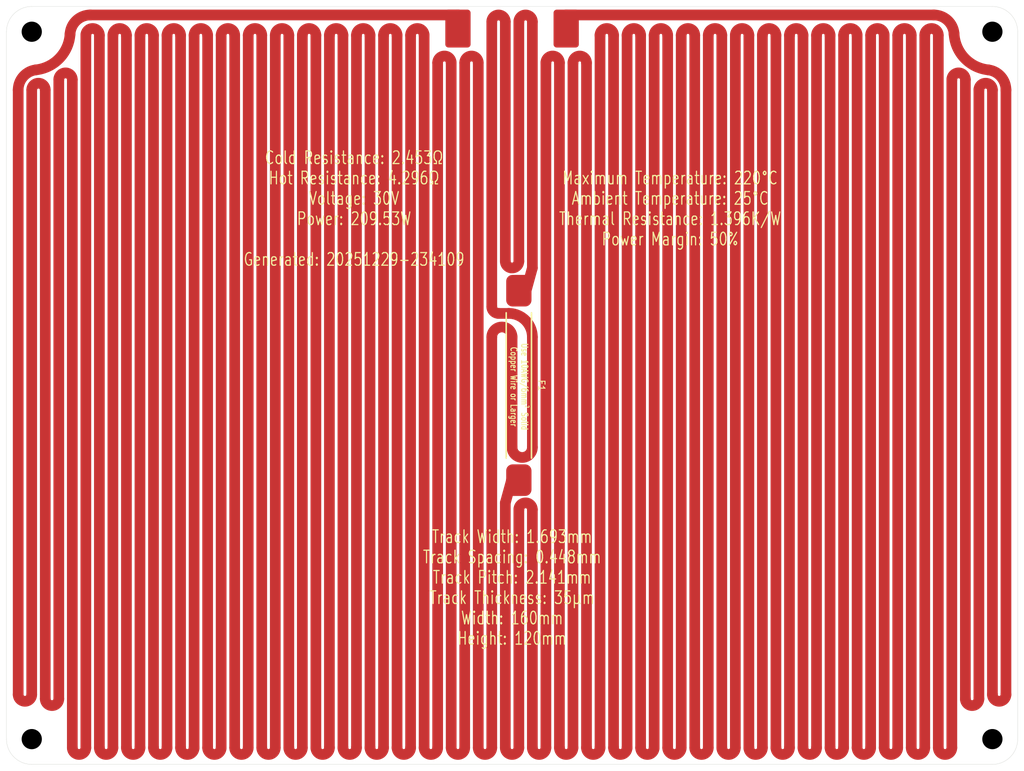
<source format=kicad_pcb>
(kicad_pcb (version 20241229) (generator "pcbnew") (generator_version "9.0")
  (layers (0 "F.Cu" signal) (2 "B.Cu" signal) (13 "F.Paste" user) (15 "B.Paste" user) (5 "F.SilkS" user "F.Silkscreen") (7 "B.SilkS" user "B.Silkscreen") (1 "F.Mask" user) (3 "B.Mask" user) (25 "Edge.Cuts" user))
  (net 0 "")
  (net 1 "Net-(J2-Pin_1)")
  (net 2 "Net-(J1-Pin_1)")
  (footprint "blg:MountingHole_3.2mm_M3_NoPad_TopLarge" (layer "F.Cu") (at 181 49)
    (property "Reference" "REF**" (hide yes))
    (property "Value" "MountingHole_3.2mm_M3_NoPad_TopLarge" (hide yes))
    (pad "" np_thru_hole circle (at 0 0) (size 7.6 7.6) (drill 3.2) (layers))
  )
  (footprint "blg:SMD_PowerConnection_4x6mm" (layer "F.Cu") (at 113.564 48.5 -90)
    (property "Reference" "J2" (hide yes))
    (property "Value" "Hotplate_Power_Connection" (hide yes))
    (pad "1" smd roundrect (at 0 0 270) (size 6 4) (layers "F.Cu" "F.Mask" "F.Paste") (roundrect_rratio 0.125) (net 1 "Net-(J2-Pin_1)"))
  )
  (footprint "blg:MountingHole_3.2mm_M3_NoPad_TopLarge" (layer "F.Cu") (at 29 161)
    (property "Reference" "REF**" (hide yes))
    (property "Value" "MountingHole_3.2mm_M3_NoPad_TopLarge" (hide yes))
    (pad "" np_thru_hole circle (at 0 0) (size 7.6 7.6) (drill 3.2) (layers))
  )
  (footprint "blg:MountingHole_3.2mm_M3_NoPad_TopLarge" (layer "F.Cu") (at 181 161)
    (property "Reference" "REF**" (hide yes))
    (property "Value" "MountingHole_3.2mm_M3_NoPad_TopLarge" (hide yes))
    (pad "" np_thru_hole circle (at 0 0) (size 7.6 7.6) (drill 3.2) (layers))
  )
  (footprint "blg:SMD_PowerConnection_4x6mm" (layer "F.Cu") (at 96.436 48.5 -90)
    (property "Reference" "J1" (hide yes))
    (property "Value" "Hotplate_Power_Connection" (hide yes))
    (pad "1" smd roundrect (at 0 0 270) (size 6 4) (layers "F.Cu" "F.Mask" "F.Paste") (roundrect_rratio 0.125) (net 2 "Net-(J1-Pin_1)"))
  )
  (footprint "blg:Thermal Fuse, SN100C, Front, 35mm" (layer "F.Cu") (at 106.0705 105 -90)
    (property "Reference" "F1" (at 0 -3.6 270) (layer "F.SilkS"))
    (property "Value" "~")
    (fp_line (start -11.5 2) (end 11.5 2) (stroke (width 0.25)) (layer "F.SilkS"))
    (fp_line (start -11.5 -2) (end 11.5 -2) (stroke (width 0.25)) (layer "F.SilkS"))
    (fp_text user "Use 10AWG/6mm  Solid" (at 0.2 -0.9 270) (layer "F.SilkS") (effects (font (size 1 0.75))))
    (fp_text user "2" (at 3.35 -1.3 270) (layer "F.SilkS") (effects (font (size 0.6 0.4) (thickness 0.1))))
    (fp_text user "Copper Wire or Larger" (at 0.2 0.8 270) (layer "F.SilkS") (effects (font (size 1 0.75))))
    (pad "1" smd roundrect (at -15 0 270) (size 5 4) (layers "F.Cu" "F.Mask") (net 2 "Net-(J1-Pin_1)"))
    (pad "2" smd roundrect (at 15 0 270) (size 5 4) (layers "F.Cu" "F.Mask") (net 1 "Net-(J2-Pin_1)"))
  )
  (footprint "blg:MountingHole_3.2mm_M3_NoPad_TopLarge" (layer "F.Cu") (at 29 49)
    (property "Reference" "REF**" (hide yes))
    (property "Value" "MountingHole_3.2mm_M3_NoPad_TopLarge" (hide yes))
    (pad "" np_thru_hole circle (at 0 0) (size 7.6 7.6) (drill 3.2) (layers))
  )
  (gr_arc (start 25 49) (mid 26.171573 46.171573) (end 29 45) (stroke (width 0.05)) (layer "Edge.Cuts"))
  (gr_line (start 185 49) (end 185 161) (stroke (width 0.05)) (layer "Edge.Cuts"))
  (gr_arc (start 29 165) (mid 26.171573 163.828427) (end 25 161) (stroke (width 0.05)) (layer "Edge.Cuts"))
  (gr_line (start 29 165) (end 181 165) (stroke (width 0.05)) (layer "Edge.Cuts"))
  (gr_line (start 25 49) (end 25 161) (stroke (width 0.05)) (layer "Edge.Cuts"))
  (gr_arc (start 185 161) (mid 183.828427 163.828427) (end 181 165) (stroke (width 0.05)) (layer "Edge.Cuts"))
  (gr_arc (start 181 45) (mid 183.828427 46.171573) (end 185 49) (stroke (width 0.05)) (layer "Edge.Cuts"))
  (gr_line (start 29 45) (end 181 45) (stroke (width 0.05)) (layer "Edge.Cuts"))
  (gr_text "Track Width: 1.693mm\nTrack Spacing: 0.448mm\nTrack Pitch: 2.141mm\nTrack Thickness: 35µm\nWidth: 160mm\nHeight: 120mm" (at 105 137 0) (layer "F.SilkS") (effects (font (size 2 1.5) (thickness 0.1875))))
  (gr_text "Maximum Temperature: 220°C\nAmbient Temperature: 25°C\nThermal Resistance: 1.396K/W\nPower Margin: 50%" (at 130 77 0) (layer "F.SilkS") (effects (font (size 2 1.5) (thickness 0.1875))))
  (gr_text "Cold Resistance: 2.453Ω\nHot Resistance: 4.296Ω\nVoltage: 30V\nPower: 209.53W\n\nGenerated: 20251229-234109" (at 80 77 0) (layer "F.SilkS") (effects (font (size 2 1.5) (thickness 0.1875))))
  (segment (start 138.1855 49.558) (end 138.1855 162.359) (width 1.692999) (layer "F.Cu") (net 1))
  (segment (start 171.734787 46.3465) (end 113.564 46.3465) (width 1.692999) (layer "F.Cu") (net 1))
  (segment (start 151.0315 49.558) (end 151.0315 162.359) (width 1.692999) (layer "F.Cu") (net 1))
  (segment (start 127.480499 162.359) (end 127.480499 49.558) (width 1.692999) (layer "F.Cu") (net 1))
  (segment (start 110.352499 162.359) (end 110.352499 53.917) (width 1.692999) (layer "F.Cu") (net 1))
  (segment (start 140.326499 162.359) (end 140.326499 49.558) (width 1.692999) (layer "F.Cu") (net 1))
  (segment (start 103.929499 123.596499) (end 104.917 120) (width 1.693) (layer "F.Cu") (net 1))
  (segment (start 146.7495 49.558) (end 146.7495 162.359) (width 1.692999) (layer "F.Cu") (net 1))
  (segment (start 183.1465 153.94053) (end 183.1465 58.220699) (width 1.692999) (layer "F.Cu") (net 1))
  (segment (start 123.1985 162.359) (end 123.1985 49.558) (width 1.692999) (layer "F.Cu") (net 1))
  (segment (start 157.4545 162.359) (end 157.4545 49.558) (width 1.692999) (layer "F.Cu") (net 1))
  (segment (start 176.7235 56.587167) (end 176.7235 154.619134) (width 1.692999) (layer "F.Cu") (net 1))
  (segment (start 172.4415 49.558) (end 172.4415 162.359) (width 1.692999) (layer "F.Cu") (net 1))
  (segment (start 174.5825 162.359) (end 174.5825 56.587167) (width 1.692999) (layer "F.Cu") (net 1))
  (segment (start 104.917 120) (end 106.0705 120) (width 1.693) (layer "F.Cu") (net 1))
  (segment (start 178.8645 154.619134) (end 178.8645 58.220699) (width 1.692999) (layer "F.Cu") (net 1))
  (segment (start 113.564 46.3465) (end 113.564 48.499999) (width 1.692999) (layer "F.Cu") (net 1))
  (segment (start 161.7365 162.359) (end 161.7365 49.558) (width 1.692999) (layer "F.Cu") (net 1))
  (segment (start 170.3005 162.359) (end 170.3005 49.558) (width 1.692999) (layer "F.Cu") (net 1))
  (segment (start 159.5955 49.558) (end 159.5955 162.359) (width 1.692999) (layer "F.Cu") (net 1))
  (segment (start 114.6345 162.359) (end 114.6345 53.917) (width 1.692999) (layer "F.Cu") (net 1))
  (segment (start 153.1725 162.359) (end 153.1725 49.558) (width 1.692999) (layer "F.Cu") (net 1))
  (segment (start 163.877499 49.558) (end 163.877499 162.359) (width 1.692999) (layer "F.Cu") (net 1))
  (segment (start 133.903499 49.558) (end 133.903499 162.359) (width 1.692999) (layer "F.Cu") (net 1))
  (segment (start 121.0575 49.558) (end 121.0575 162.359) (width 1.692999) (layer "F.Cu") (net 1))
  (segment (start 142.4675 49.558) (end 142.4675 162.359) (width 1.692999) (layer "F.Cu") (net 1))
  (segment (start 106.0705 162.359) (end 106.0705 124.667) (width 1.692999) (layer "F.Cu") (net 1))
  (segment (start 144.6085 162.359) (end 144.6085 49.558) (width 1.692999) (layer "F.Cu") (net 1))
  (segment (start 166.0185 162.359) (end 166.0185 49.558) (width 1.692999) (layer "F.Cu") (net 1))
  (segment (start 116.7755 53.917) (end 116.7755 162.359) (width 1.692999) (layer "F.Cu") (net 1))
  (segment (start 103.929499 123.596499) (end 103.929499 162.359) (width 1.692999) (layer "F.Cu") (net 1))
  (segment (start 112.4935 53.917) (end 112.4935 162.359) (width 1.692999) (layer "F.Cu") (net 1))
  (segment (start 125.339499 49.558) (end 125.339499 162.359) (width 1.692999) (layer "F.Cu") (net 1))
  (segment (start 108.211499 124.667) (end 108.211499 162.359) (width 1.692999) (layer "F.Cu") (net 1))
  (segment (start 168.159499 49.558) (end 168.159499 162.359) (width 1.692999) (layer "F.Cu") (net 1))
  (segment (start 136.044499 162.359) (end 136.044499 49.558) (width 1.692999) (layer "F.Cu") (net 1))
  (segment (start 148.890499 162.359) (end 148.890499 49.558) (width 1.692999) (layer "F.Cu") (net 1))
  (segment (start 155.3135 49.558) (end 155.3135 162.359) (width 1.692999) (layer "F.Cu") (net 1))
  (segment (start 131.7625 162.359) (end 131.7625 49.558) (width 1.692999) (layer "F.Cu") (net 1))
  (segment (start 118.9165 162.359) (end 118.9165 49.558) (width 1.692999) (layer "F.Cu") (net 1))
  (segment (start 181.005499 58.220699) (end 181.005499 153.94053) (width 1.692999) (layer "F.Cu") (net 1))
  (segment (start 129.6215 49.558) (end 129.6215 162.359) (width 1.692999) (layer "F.Cu") (net 1))
  (arc (start 136.044499 49.558) (mid 137.114999 48.4875) (end 138.1855 49.558) (width 1.692999) (layer "F.Cu") (net 1))
  (arc (start 142.4675 162.359) (mid 143.538 163.4295) (end 144.6085 162.359) (width 1.692999) (layer "F.Cu") (net 1))
  (arc (start 170.3005 49.558) (mid 171.371 48.4875) (end 172.4415 49.558) (width 1.692999) (layer "F.Cu") (net 1))
  (arc (start 161.7365 49.558) (mid 162.807 48.4875) (end 163.877499 49.558) (width 1.692999) (layer "F.Cu") (net 1))
  (arc (start 180.303481 55.030408) (mid 176.591438 53.173195) (end 174.940479 49.364936) (width 1.693) (layer "F.Cu") (net 1))
  (arc (start 138.1855 162.359) (mid 139.256 163.4295) (end 140.326499 162.359) (width 1.692999) (layer "F.Cu") (net 1))
  (arc (start 116.7755 162.359) (mid 117.845999 163.4295) (end 118.9165 162.359) (width 1.692999) (layer "F.Cu") (net 1))
  (arc (start 110.352499 53.917) (mid 111.422999 52.8465) (end 112.4935 53.917) (width 1.692999) (layer "F.Cu") (net 1))
  (arc (start 171.734787 46.3465) (mid 173.936344 47.219864) (end 174.940479 49.364936) (width 1.693) (layer "F.Cu") (net 1))
  (arc (start 183.1465 58.220699) (mid 182.220987 55.965041) (end 180.303481 55.030408) (width 1.693) (layer "F.Cu") (net 1))
  (arc (start 168.159499 162.359) (mid 169.23 163.4295) (end 170.3005 162.359) (width 1.692999) (layer "F.Cu") (net 1))
  (arc (start 166.0185 49.558) (mid 167.089 48.4875) (end 168.159499 49.558) (width 1.692999) (layer "F.Cu") (net 1))
  (arc (start 125.339499 162.359) (mid 126.41 163.4295) (end 127.480499 162.359) (width 1.692999) (layer "F.Cu") (net 1))
  (arc (start 174.5825 56.587167) (mid 175.653 55.516667) (end 176.7235 56.587167) (width 1.692999) (layer "F.Cu") (net 1))
  (arc (start 118.9165 49.558) (mid 119.987 48.4875) (end 121.0575 49.558) (width 1.692999) (layer "F.Cu") (net 1))
  (arc (start 181.005499 153.94053) (mid 182.076 155.01103) (end 183.1465 153.94053) (width 1.692999) (layer "F.Cu") (net 1))
  (arc (start 159.5955 162.359) (mid 160.666 163.4295) (end 161.7365 162.359) (width 1.692999) (layer "F.Cu") (net 1))
  (arc (start 172.4415 162.359) (mid 173.512 163.4295) (end 174.5825 162.359) (width 1.692999) (layer "F.Cu") (net 1))
  (arc (start 148.890499 49.558) (mid 149.960999 48.4875) (end 151.0315 49.558) (width 1.692999) (layer "F.Cu") (net 1))
  (arc (start 151.0315 162.359) (mid 152.101999 163.4295) (end 153.1725 162.359) (width 1.692999) (layer "F.Cu") (net 1))
  (arc (start 106.0705 124.667) (mid 107.141 123.596499) (end 108.211499 124.667) (width 1.692999) (layer "F.Cu") (net 1))
  (arc (start 140.326499 49.558) (mid 141.397 48.4875) (end 142.4675 49.558) (width 1.692999) (layer "F.Cu") (net 1))
  (arc (start 163.877499 162.359) (mid 164.947999 163.4295) (end 166.0185 162.359) (width 1.692999) (layer "F.Cu") (net 1))
  (arc (start 127.480499 49.558) (mid 128.550999 48.4875) (end 129.6215 49.558) (width 1.692999) (layer "F.Cu") (net 1))
  (arc (start 129.6215 162.359) (mid 130.692 163.4295) (end 131.7625 162.359) (width 1.692999) (layer "F.Cu") (net 1))
  (arc (start 157.4545 49.558) (mid 158.525 48.4875) (end 159.5955 49.558) (width 1.692999) (layer "F.Cu") (net 1))
  (arc (start 108.211499 162.359) (mid 109.282 163.4295) (end 110.352499 162.359) (width 1.693) (layer "F.Cu") (net 1))
  (arc (start 178.8645 58.220699) (mid 179.934999 57.150199) (end 181.005499 58.220699) (width 1.692999) (layer "F.Cu") (net 1))
  (arc (start 146.7495 162.359) (mid 147.82 163.4295) (end 148.890499 162.359) (width 1.692999) (layer "F.Cu") (net 1))
  (arc (start 123.1985 49.558) (mid 124.268999 48.4875) (end 125.339499 49.558) (width 1.692999) (layer "F.Cu") (net 1))
  (arc (start 153.1725 49.558) (mid 154.243 48.4875) (end 155.3135 49.558) (width 1.692999) (layer "F.Cu") (net 1))
  (arc (start 144.6085 49.558) (mid 145.679 48.4875) (end 146.7495 49.558) (width 1.692999) (layer "F.Cu") (net 1))
  (arc (start 112.4935 162.359) (mid 113.564 163.4295) (end 114.6345 162.359) (width 1.692999) (layer "F.Cu") (net 1))
  (arc (start 121.0575 162.359) (mid 122.128 163.4295) (end 123.1985 162.359) (width 1.692999) (layer "F.Cu") (net 1))
  (arc (start 131.7625 49.558) (mid 132.833 48.4875) (end 133.903499 49.558) (width 1.692999) (layer "F.Cu") (net 1))
  (arc (start 176.7235 154.619134) (mid 177.793999 155.689634) (end 178.8645 154.619134) (width 1.692999) (layer "F.Cu") (net 1))
  (arc (start 133.903499 162.359) (mid 134.974 163.4295) (end 136.044499 162.359) (width 1.692999) (layer "F.Cu") (net 1))
  (arc (start 114.6345 53.917) (mid 115.704999 52.8465) (end 116.7755 53.917) (width 1.692999) (layer "F.Cu") (net 1))
  (arc (start 103.929499 162.359) (mid 105 163.4295) (end 106.0705 162.359) (width 1.692999) (layer "F.Cu") (net 1))
  (arc (start 155.3135 162.359) (mid 156.384 163.4295) (end 157.4545 162.359) (width 1.692999) (layer "F.Cu") (net 1))
  (segment (start 86.801499 162.359) (end 86.801499 49.558) (width 1.692999) (layer "F.Cu") (net 2))
  (segment (start 108.211499 97.34325) (end 108.211499 114.79775) (width 1.692999) (layer "F.Cu") (net 2))
  (segment (start 69.6735 162.359) (end 69.6735 49.558) (width 1.692999) (layer "F.Cu") (net 2))
  (segment (start 37.5585 49.558) (end 37.5585 162.359) (width 1.692999) (layer "F.Cu") (net 2))
  (segment (start 65.391499 162.359) (end 65.391499 49.558) (width 1.692999) (layer "F.Cu") (net 2))
  (segment (start 73.955499 162.359) (end 73.955499 49.558) (width 1.692999) (layer "F.Cu") (net 2))
  (segment (start 88.9425 49.558) (end 88.9425 162.359) (width 1.692999) (layer "F.Cu") (net 2))
  (segment (start 101.788499 47.417) (end 101.788499 92.526) (width 1.692999) (layer "F.Cu") (net 2))
  (segment (start 78.2375 162.359) (end 78.2375 49.558) (width 1.692999) (layer "F.Cu") (net 2))
  (segment (start 50.4045 49.558) (end 50.4045 162.359) (width 1.692999) (layer "F.Cu") (net 2))
  (segment (start 26.8535 153.94053) (end 26.8535 58.220699) (width 1.692999) (layer "F.Cu") (net 2))
  (segment (start 80.378499 49.558) (end 80.378499 162.359) (width 1.692999) (layer "F.Cu") (net 2))
  (segment (start 31.1355 154.619134) (end 31.1355 58.220699) (width 1.692999) (layer "F.Cu") (net 2))
  (segment (start 71.8145 49.558) (end 71.8145 162.359) (width 1.692999) (layer "F.Cu") (net 2))
  (segment (start 67.5325 49.558) (end 67.5325 162.359) (width 1.692999) (layer "F.Cu") (net 2))
  (segment (start 91.0835 162.359) (end 91.0835 49.558) (width 1.692999) (layer "F.Cu") (net 2))
  (segment (start 43.9815 162.359) (end 43.9815 49.558) (width 1.692999) (layer "F.Cu") (net 2))
  (segment (start 35.4175 162.359) (end 35.4175 56.587167) (width 1.692999) (layer "F.Cu") (net 2))
  (segment (start 41.8405 49.558) (end 41.8405 162.359) (width 1.692999) (layer "F.Cu") (net 2))
  (segment (start 76.096499 49.558) (end 76.096499 162.359) (width 1.692999) (layer "F.Cu") (net 2))
  (segment (start 38.265212 46.3465) (end 96.436 46.3465) (width 1.692999) (layer "F.Cu") (net 2))
  (segment (start 63.2505 49.558) (end 63.2505 162.359) (width 1.692999) (layer "F.Cu") (net 2))
  (segment (start 39.6995 162.359) (end 39.6995 49.558) (width 1.692999) (layer "F.Cu") (net 2))
  (segment (start 52.5455 162.359) (end 52.5455 49.558) (width 1.692999) (layer "F.Cu") (net 2))
  (segment (start 28.9945 58.220699) (end 28.9945 153.94053) (width 1.692999) (layer "F.Cu") (net 2))
  (segment (start 48.2635 162.359) (end 48.2635 49.558) (width 1.692999) (layer "F.Cu") (net 2))
  (segment (start 82.5195 162.359) (end 82.5195 49.558) (width 1.692999) (layer "F.Cu") (net 2))
  (segment (start 108.211499 86.4035) (end 108.211499 47.417) (width 1.692999) (layer "F.Cu") (net 2))
  (segment (start 105 114.79775) (end 105 97.34325) (width 1.692999) (layer "F.Cu") (net 2))
  (segment (start 99.6475 162.359) (end 99.6475 53.917) (width 1.692999) (layer "F.Cu") (net 2))
  (segment (start 54.6865 49.558) (end 54.6865 162.359) (width 1.692999) (layer "F.Cu") (net 2))
  (segment (start 101.788499 97.34325) (end 101.788499 162.359) (width 1.692999) (layer "F.Cu") (net 2))
  (segment (start 61.1095 162.359) (end 61.1095 49.558) (width 1.692999) (layer "F.Cu") (net 2))
  (segment (start 95.3655 162.359) (end 95.3655 53.917) (width 1.692999) (layer "F.Cu") (net 2))
  (segment (start 58.9685 49.558) (end 58.9685 162.359) (width 1.692999) (layer "F.Cu") (net 2))
  (segment (start 93.2245 53.917) (end 93.2245 162.359) (width 1.692999) (layer "F.Cu") (net 2))
  (segment (start 102.859 93.5965) (end 104.46475 93.5965) (width 1.693) (layer "F.Cu") (net 2))
  (segment (start 46.122499 49.558) (end 46.122499 162.359) (width 1.692999) (layer "F.Cu") (net 2))
  (segment (start 56.827499 162.359) (end 56.827499 49.558) (width 1.692999) (layer "F.Cu") (net 2))
  (segment (start 84.6605 49.558) (end 84.6605 162.359) (width 1.692999) (layer "F.Cu") (net 2))
  (segment (start 107.224 90) (end 106.0705 90) (width 1.693) (layer "F.Cu") (net 2))
  (segment (start 103.929499 85.333) (end 103.929499 47.417) (width 1.692999) (layer "F.Cu") (net 2))
  (segment (start 97.5065 53.917) (end 97.5065 162.359) (width 1.692999) (layer "F.Cu") (net 2))
  (segment (start 108.211499 86.4035) (end 107.224 90) (width 1.693) (layer "F.Cu") (net 2))
  (segment (start 106.0705 47.417) (end 106.0705 85.333) (width 1.692999) (layer "F.Cu") (net 2))
  (segment (start 33.2765 56.587167) (end 33.2765 154.619134) (width 1.692999) (layer "F.Cu") (net 2))
  (segment (start 96.436 46.3465) (end 96.436 48.499999) (width 1.692999) (layer "F.Cu") (net 2))
  (arc (start 93.2245 162.359) (mid 92.154 163.4295) (end 91.0835 162.359) (width 1.692999) (layer "F.Cu") (net 2))
  (arc (start 46.122499 162.359) (mid 45.051999 163.4295) (end 43.9815 162.359) (width 1.692999) (layer "F.Cu") (net 2))
  (arc (start 76.096499 162.359) (mid 75.026 163.4295) (end 73.955499 162.359) (width 1.692999) (layer "F.Cu") (net 2))
  (arc (start 80.378499 162.359) (mid 79.308 163.4295) (end 78.2375 162.359) (width 1.692999) (layer "F.Cu") (net 2))
  (arc (start 78.2375 49.558) (mid 77.167 48.4875) (end 76.096499 49.558) (width 1.692999) (layer "F.Cu") (net 2))
  (arc (start 43.9815 49.558) (mid 42.910999 48.4875) (end 41.8405 49.558) (width 1.692999) (layer "F.Cu") (net 2))
  (arc (start 29.696518 55.030408) (mid 33.408561 53.173195) (end 35.05952 49.364936) (width 1.693) (layer "F.Cu") (net 2))
  (arc (start 28.9945 153.94053) (mid 27.923999 155.01103) (end 26.8535 153.94053) (width 1.692999) (layer "F.Cu") (net 2))
  (arc (start 56.827499 49.558) (mid 55.756999 48.4875) (end 54.6865 49.558) (width 1.692999) (layer "F.Cu") (net 2))
  (arc (start 31.1355 58.220699) (mid 30.064999 57.150199) (end 28.9945 58.220699) (width 1.692999) (layer "F.Cu") (net 2))
  (arc (start 84.6605 162.359) (mid 83.59 163.4295) (end 82.5195 162.359) (width 1.692999) (layer "F.Cu") (net 2))
  (arc (start 88.9425 162.359) (mid 87.871999 163.4295) (end 86.801499 162.359) (width 1.692999) (layer "F.Cu") (net 2))
  (arc (start 37.5585 162.359) (mid 36.488 163.4295) (end 35.4175 162.359) (width 1.692999) (layer "F.Cu") (net 2))
  (arc (start 33.2765 154.619134) (mid 32.205999 155.689634) (end 31.1355 154.619134) (width 1.692999) (layer "F.Cu") (net 2))
  (arc (start 38.265212 46.3465) (mid 36.063655 47.219864) (end 35.05952 49.364936) (width 1.693) (layer "F.Cu") (net 2))
  (arc (start 73.955499 49.558) (mid 72.884999 48.4875) (end 71.8145 49.558) (width 1.692999) (layer "F.Cu") (net 2))
  (arc (start 104.46475 93.5965) (mid 107.114102 94.693897) (end 108.211499 97.34325) (width 1.693) (layer "F.Cu") (net 2))
  (arc (start 52.5455 49.558) (mid 51.475 48.4875) (end 50.4045 49.558) (width 1.692999) (layer "F.Cu") (net 2))
  (arc (start 97.5065 162.359) (mid 96.436 163.4295) (end 95.3655 162.359) (width 1.692999) (layer "F.Cu") (net 2))
  (arc (start 91.0835 49.558) (mid 90.012999 48.4875) (end 88.9425 49.558) (width 1.692999) (layer "F.Cu") (net 2))
  (arc (start 67.5325 162.359) (mid 66.461999 163.4295) (end 65.391499 162.359) (width 1.692999) (layer "F.Cu") (net 2))
  (arc (start 26.8535 58.220699) (mid 27.779012 55.965041) (end 29.696518 55.030408) (width 1.693) (layer "F.Cu") (net 2))
  (arc (start 39.6995 49.558) (mid 38.629 48.4875) (end 37.5585 49.558) (width 1.692999) (layer "F.Cu") (net 2))
  (arc (start 65.391499 49.558) (mid 64.321 48.4875) (end 63.2505 49.558) (width 1.692999) (layer "F.Cu") (net 2))
  (arc (start 71.8145 162.359) (mid 70.744 163.4295) (end 69.6735 162.359) (width 1.692999) (layer "F.Cu") (net 2))
  (arc (start 101.788499 162.359) (mid 100.718 163.4295) (end 99.6475 162.359) (width 1.692999) (layer "F.Cu") (net 2))
  (arc (start 82.5195 49.558) (mid 81.449 48.4875) (end 80.378499 49.558) (width 1.692999) (layer "F.Cu") (net 2))
  (arc (start 103.929499 47.417) (mid 102.859 46.3465) (end 101.788499 47.417) (width 1.693) (layer "F.Cu") (net 2))
  (arc (start 105 97.34325) (mid 103.39425 95.737499) (end 101.788499 97.34325) (width 1.692999) (layer "F.Cu") (net 2))
  (arc (start 108.211499 114.79775) (mid 106.60575 116.4035) (end 105 114.79775) (width 1.692999) (layer "F.Cu") (net 2))
  (arc (start 63.2505 162.359) (mid 62.18 163.4295) (end 61.1095 162.359) (width 1.692999) (layer "F.Cu") (net 2))
  (arc (start 58.9685 162.359) (mid 57.897999 163.4295) (end 56.827499 162.359) (width 1.692999) (layer "F.Cu") (net 2))
  (arc (start 50.4045 162.359) (mid 49.333999 163.4295) (end 48.2635 162.359) (width 1.692999) (layer "F.Cu") (net 2))
  (arc (start 108.211499 47.417) (mid 107.141 46.3465) (end 106.0705 47.417) (width 1.692999) (layer "F.Cu") (net 2))
  (arc (start 54.6865 162.359) (mid 53.616 163.4295) (end 52.5455 162.359) (width 1.692999) (layer "F.Cu") (net 2))
  (arc (start 48.2635 49.558) (mid 47.193 48.4875) (end 46.122499 49.558) (width 1.692999) (layer "F.Cu") (net 2))
  (arc (start 99.6475 53.917) (mid 98.577 52.8465) (end 97.5065 53.917) (width 1.692999) (layer "F.Cu") (net 2))
  (arc (start 35.4175 56.587167) (mid 34.346999 55.516667) (end 33.2765 56.587167) (width 1.692999) (layer "F.Cu") (net 2))
  (arc (start 41.8405 162.359) (mid 40.77 163.4295) (end 39.6995 162.359) (width 1.692999) (layer "F.Cu") (net 2))
  (arc (start 106.0705 85.333) (mid 105 86.4035) (end 103.929499 85.333) (width 1.692999) (layer "F.Cu") (net 2))
  (arc (start 86.801499 49.558) (mid 85.731 48.4875) (end 84.6605 49.558) (width 1.692999) (layer "F.Cu") (net 2))
  (arc (start 69.6735 49.558) (mid 68.603 48.4875) (end 67.5325 49.558) (width 1.692999) (layer "F.Cu") (net 2))
  (arc (start 95.3655 53.917) (mid 94.294999 52.8465) (end 93.2245 53.917) (width 1.692999) (layer "F.Cu") (net 2))
  (arc (start 61.1095 49.558) (mid 60.038999 48.4875) (end 58.9685 49.558) (width 1.692999) (layer "F.Cu") (net 2))
  (arc (start 102.859 93.5965) (mid 102.102042 93.282957) (end 101.788499 92.526) (width 1.693) (layer "F.Cu") (net 2))
)
</source>
